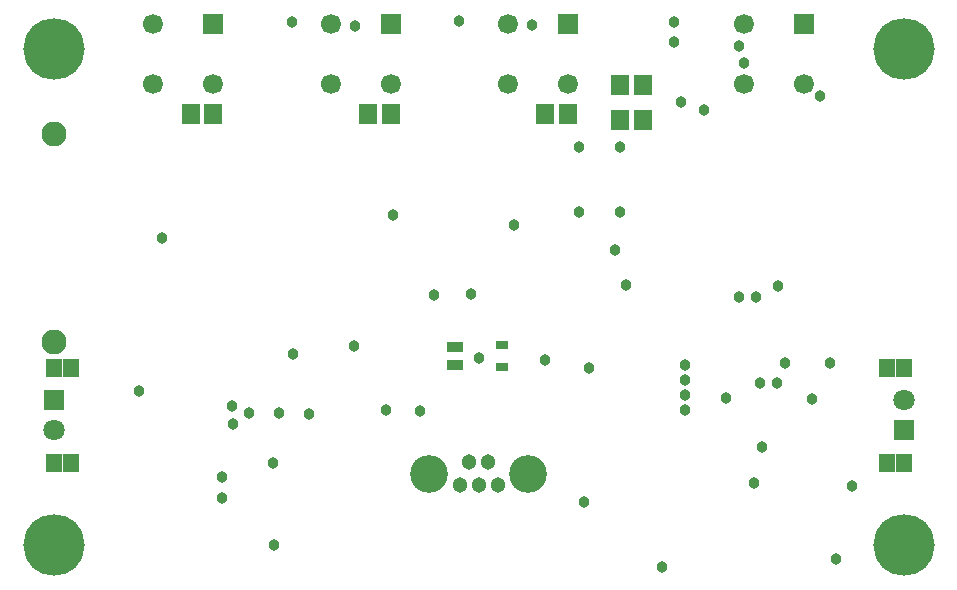
<source format=gbs>
G04*
G04 #@! TF.GenerationSoftware,Altium Limited,Altium Designer,21.8.1 (53)*
G04*
G04 Layer_Color=16711935*
%FSLAX25Y25*%
%MOIN*%
G70*
G04*
G04 #@! TF.SameCoordinates,79EC032F-631B-404A-8042-777835F6C2BC*
G04*
G04*
G04 #@! TF.FilePolarity,Negative*
G04*
G01*
G75*
%ADD25R,0.05315X0.03740*%
%ADD51R,0.06312X0.06902*%
%ADD65C,0.06662*%
%ADD66R,0.06662X0.06662*%
%ADD67C,0.05131*%
%ADD68C,0.12611*%
%ADD69C,0.08280*%
%ADD70C,0.07099*%
%ADD71R,0.07099X0.07099*%
%ADD72C,0.20485*%
%ADD73C,0.03800*%
%ADD82R,0.04134X0.03150*%
%ADD83R,0.05328X0.06115*%
D25*
X149606Y81693D02*
D03*
Y75787D02*
D03*
D51*
X61575Y159449D02*
D03*
X69055D02*
D03*
X120630Y159449D02*
D03*
X128110D02*
D03*
X179685D02*
D03*
X187165D02*
D03*
X212106Y169291D02*
D03*
X204626D02*
D03*
X212205Y157480D02*
D03*
X204724D02*
D03*
D65*
X49055Y169563D02*
D03*
X69055D02*
D03*
X49055Y189563D02*
D03*
X167165Y169563D02*
D03*
X187165D02*
D03*
X167165Y189563D02*
D03*
X108110Y169563D02*
D03*
X128110D02*
D03*
X108110Y189563D02*
D03*
X245905Y169563D02*
D03*
X265905D02*
D03*
X245905Y189563D02*
D03*
D66*
X69055D02*
D03*
X187165D02*
D03*
X128110D02*
D03*
X265905D02*
D03*
D67*
X160630Y43425D02*
D03*
X154331D02*
D03*
X163779Y35945D02*
D03*
X157480D02*
D03*
X151181D02*
D03*
D68*
X174016Y39488D02*
D03*
X140945D02*
D03*
D69*
X15748Y152756D02*
D03*
Y83465D02*
D03*
D70*
X15748Y54055D02*
D03*
X299213Y64055D02*
D03*
D71*
X15748D02*
D03*
X299213Y54055D02*
D03*
D72*
Y181102D02*
D03*
X15748D02*
D03*
X299213Y15748D02*
D03*
X15748D02*
D03*
D73*
X271299Y165354D02*
D03*
X89075Y15846D02*
D03*
X75394Y62106D02*
D03*
X281988Y35335D02*
D03*
X268504Y64370D02*
D03*
X276575Y11024D02*
D03*
X90945Y59842D02*
D03*
X81004Y59941D02*
D03*
X128937Y125925D02*
D03*
X51870Y118110D02*
D03*
X251969Y48425D02*
D03*
X274488Y76516D02*
D03*
X155020Y99410D02*
D03*
X44390Y67126D02*
D03*
X192421Y30315D02*
D03*
X71850Y31496D02*
D03*
Y38386D02*
D03*
X126575Y60728D02*
D03*
X75590Y56102D02*
D03*
X142618Y99114D02*
D03*
X249311Y36614D02*
D03*
X218602Y8465D02*
D03*
X239961Y64862D02*
D03*
X224803Y163484D02*
D03*
X232677Y160827D02*
D03*
X95177Y190059D02*
D03*
X116339Y188681D02*
D03*
X150984Y190354D02*
D03*
X175098Y189272D02*
D03*
X222441Y190059D02*
D03*
X222539Y183465D02*
D03*
X244193Y182283D02*
D03*
X245866Y176476D02*
D03*
X190945Y148524D02*
D03*
X204724Y148524D02*
D03*
X169390Y122441D02*
D03*
X190945Y126870D02*
D03*
X204724Y126870D02*
D03*
X179528Y77362D02*
D03*
X251378Y69882D02*
D03*
X256890D02*
D03*
X259488Y76516D02*
D03*
X244094Y98425D02*
D03*
X250000D02*
D03*
X257087Y102264D02*
D03*
X206693Y102461D02*
D03*
X202953Y114173D02*
D03*
X194193Y74705D02*
D03*
X115945Y82185D02*
D03*
X95571Y79626D02*
D03*
X88878Y43012D02*
D03*
X100925Y59390D02*
D03*
X137894Y60433D02*
D03*
X226378Y60925D02*
D03*
Y70965D02*
D03*
Y65847D02*
D03*
Y75886D02*
D03*
X157677Y78248D02*
D03*
D82*
X165354Y82382D02*
D03*
Y75098D02*
D03*
D83*
X15748Y43307D02*
D03*
X21457D02*
D03*
X15748Y74803D02*
D03*
X21457D02*
D03*
X299213D02*
D03*
X293504D02*
D03*
X299213Y43307D02*
D03*
X293504D02*
D03*
M02*

</source>
